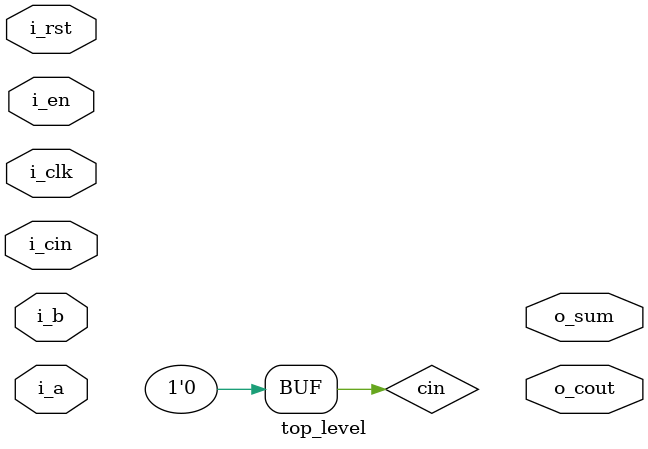
<source format=v>
module top_level
#(parameter DATA_WIDTH = 16)
    (
        input wire i_clk,
        input wire i_rst,
        input wire i_en,
        input wire i_a,
        input wire i_b,
        input wire i_cin,
        output wire o_sum,
        output wire o_cout
    );

    wire cin = 0;

    deserializer_fsm
    #(
        .LENGTH(DATA_WIDTH)
    ) deserializer_inst_a (
        .i_clk(),
        .i_rst(),
        .i_en(),
        .i_din(),
        .i_din_valid(),
        .i_ready(),
        .o_ready(),
        .ov_dout(),
        .o_dout_valid()
    );

    deserializer_fsm
    #(
        .LENGTH(DATA_WIDTH)
    ) deserializer_inst_b (
        .i_clk(),
        .i_rst(),
        .i_en(),
        .i_din(),
        .i_din_valid(),
        .i_ready(),
        .o_ready(),
        .ov_dout(),
        .o_dout_valid()
    );

    carry_lookahead_adder
    #(
        .DATA_WIDTH(DATA_WIDTH)
    ) clas (
        .iv_a(a),
        .iv_b(b),
        .i_cin(cin),
        .ov_sum(sum),
        .o_cout(cout)
    );


    serializer_fsm
    #(
        .LENGTH(DATA_WIDTH)
    ) serializer_inst (
        .i_clk(),
        .i_rst(),
        .i_en(),
        .iv_din(),
        .i_din_valid(),
        .i_ready(),
        .o_ready(),
        .o_dout(),
        .o_dout_valid()
    );

endmodule

</source>
